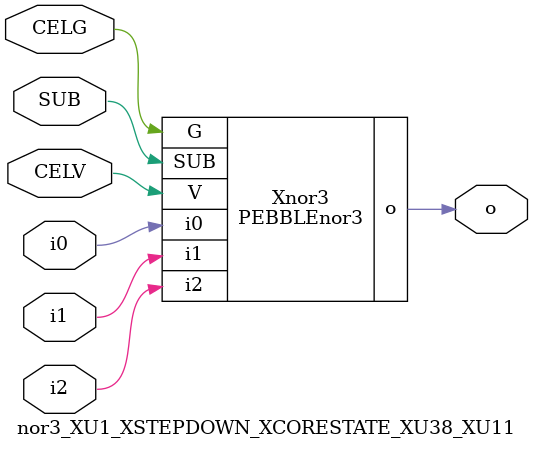
<source format=v>



module PEBBLEnor3 ( o, G, SUB, V, i0, i1, i2 );

  input i0;
  input V;
  input i2;
  input i1;
  input G;
  output o;
  input SUB;
endmodule

//Celera Confidential Do Not Copy nor3_XU1_XSTEPDOWN_XCORESTATE_XU38_XU11
//Celera Confidential Symbol Generator
//NOR3
module nor3_XU1_XSTEPDOWN_XCORESTATE_XU38_XU11 (CELV,CELG,i0,i1,i2,o,SUB);
input CELV;
input CELG;
input i0;
input i1;
input i2;
input SUB;
output o;

//Celera Confidential Do Not Copy nor3
PEBBLEnor3 Xnor3(
.V (CELV),
.i0 (i0),
.i1 (i1),
.i2 (i2),
.o (o),
.SUB (SUB),
.G (CELG)
);
//,diesize,PEBBLEnor3

//Celera Confidential Do Not Copy Module End
//Celera Schematic Generator
endmodule

</source>
